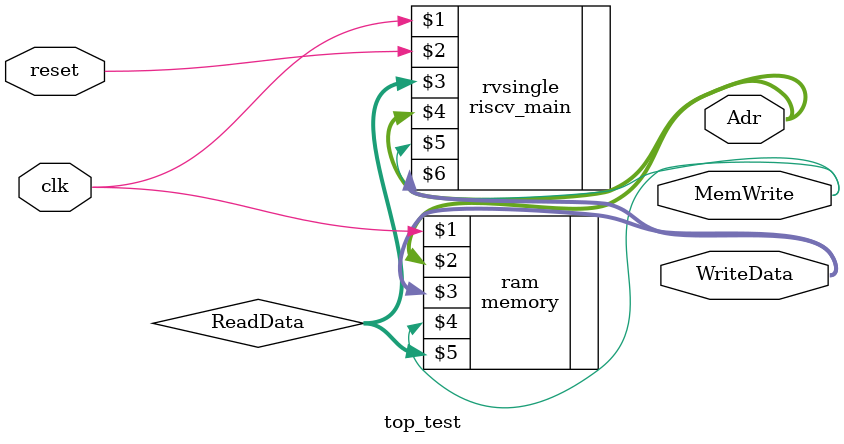
<source format=v>

module top_test(
    input   clk, reset,
    output  [31:0] WriteData, Adr,
    output  MemWrite);
    
    
    wire [31:0] ReadData;

    // instantiate processor and memories
    riscv_main rvsingle(clk, reset, ReadData, Adr, MemWrite, WriteData);
        
    memory ram(clk, Adr, WriteData, MemWrite, ReadData);

    
endmodule

</source>
